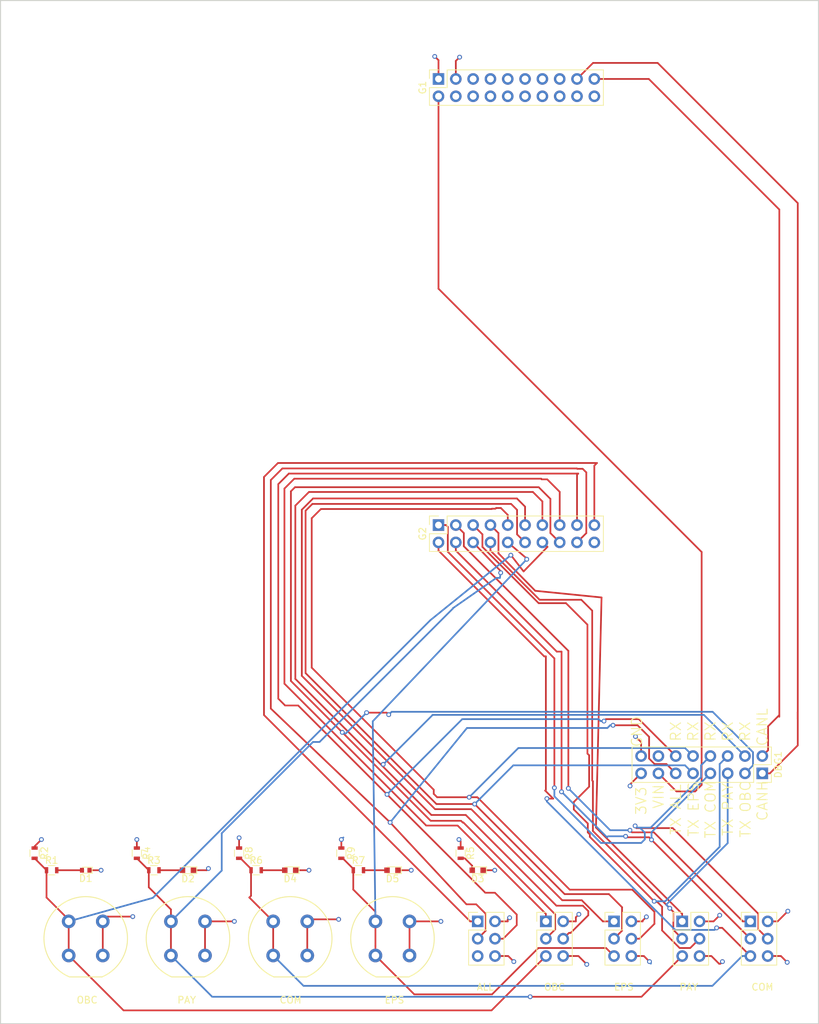
<source format=kicad_pcb>
(kicad_pcb (version 4) (host pcbnew 4.0.6)
  (layers (0 F.Cu signal) (1 GND power hide) (2 VCC power hide) (31 B.Cu signal) (34 B.Paste user) (35 F.Paste user) (36 B.SilkS user) (37 F.SilkS user) (38 B.Mask user hide) (39 F.Mask user) (44 Edge.Cuts user))
  (net 0 "")
  (net 1 "Net-(D1-Pad2)")
  (net 2 GND)
  (net 3 "Net-(D2-Pad2)")
  (net 4 "Net-(D3-Pad2)")
  (net 5 "Net-(D4-Pad2)")
  (net 6 "Net-(D5-Pad2)")
  (net 7 /CANH)
  (net 8 /CANL)
  (net 9 /OBC_SCK_A)
  (net 10 /OBC_MOSI_A)
  (net 11 /PAY_SCK_A)
  (net 12 /PAY_MOSI_A)
  (net 13 /COM_SCK_A)
  (net 14 /COM_MOSI_A)
  (net 15 /EPS_SCK_A)
  (net 16 /EPS_MOSI_A)
  (net 17 /SCK_A_COMMON)
  (net 18 /MOSI_A_COMMON)
  (net 19 /VIN)
  (net 20 "Net-(DBG1-Pad14)")
  (net 21 /3V3CRIT)
  (net 22 /BATT)
  (net 23 /3V3NONCRIT)
  (net 24 /RB4FLIGHT)
  (net 25 /12VCRIT)
  (net 26 /DEPLOY1)
  (net 27 /12VNONCRIT)
  (net 28 /DEPLOY2)
  (net 29 /LOPWR)
  (net 30 /DEPLOY3)
  (net 31 "Net-(G1-Pad13)")
  (net 32 "Net-(G1-Pad14)")
  (net 33 "Net-(G1-Pad15)")
  (net 34 "Net-(G1-Pad16)")
  (net 35 "Net-(G1-Pad18)")
  (net 36 "Net-(G1-Pad20)")
  (net 37 /COM_RST)
  (net 38 /COM_MISO_A)
  (net 39 /PAY_RST)
  (net 40 /PAY_MISO_A)
  (net 41 /EPS_RST)
  (net 42 /EPS_MISO_A)
  (net 43 /OBC_RST)
  (net 44 /OBC_MISO_A)
  (net 45 /MISO_A_COMMON)
  (net 46 "Net-(G2-Pad20)")
  (net 47 "Net-(P4-Pad5)")
  (module LEDs:LED_0402 (layer F.Cu) (at 52.5 157.5 180)
    (fp_text reference D1 (at 0 -1.2 180) (layer F.SilkS))
    (fp_text value LED)
    (pad 2 smd rect (at 0.55 0) (size 0.6 0.7) (layers F.Cu F.Paste F.Mask) (net 1 "Net-(D1-Pad2)"))
    (pad 1 smd rect (at -0.55 0) (size 0.6 0.7) (layers F.Cu F.Paste F.Mask) (net 2 GND))
  )
  (module LEDs:LED_0603 (layer F.Cu) (at 67.5 157.5 180)
    (fp_text reference D2 (at 0 -1.25 180) (layer F.SilkS))
    (fp_text value LED)
    (pad 2 smd rect (at 0.8 0) (size 0.8 0.8) (layers F.Cu F.Paste F.Mask) (net 3 "Net-(D2-Pad2)"))
    (pad 1 smd rect (at -0.8 0) (size 0.8 0.8) (layers F.Cu F.Paste F.Mask) (net 2 GND))
  )
  (module LEDs:LED_0603 (layer F.Cu) (at 110 157.5 180)
    (fp_text reference D3 (at 0 -1.25 180) (layer F.SilkS))
    (fp_text value LED)
    (pad 2 smd rect (at 0.8 0) (size 0.8 0.8) (layers F.Cu F.Paste F.Mask) (net 4 "Net-(D3-Pad2)"))
    (pad 1 smd rect (at -0.8 0) (size 0.8 0.8) (layers F.Cu F.Paste F.Mask) (net 2 GND))
  )
  (module LEDs:LED_0603 (layer F.Cu) (at 82.5 157.5 180)
    (fp_text reference D4 (at 0 -1.25 180) (layer F.SilkS))
    (fp_text value LED)
    (pad 2 smd rect (at 0.8 0) (size 0.8 0.8) (layers F.Cu F.Paste F.Mask) (net 5 "Net-(D4-Pad2)"))
    (pad 1 smd rect (at -0.8 0) (size 0.8 0.8) (layers F.Cu F.Paste F.Mask) (net 2 GND))
  )
  (module LEDs:LED_0603 (layer F.Cu) (at 97.5 157.5 180)
    (fp_text reference D5 (at 0 -1.25 180) (layer F.SilkS))
    (fp_text value LED)
    (pad 2 smd rect (at 0.8 0) (size 0.8 0.8) (layers F.Cu F.Paste F.Mask) (net 6 "Net-(D5-Pad2)"))
    (pad 1 smd rect (at -0.8 0) (size 0.8 0.8) (layers F.Cu F.Paste F.Mask) (net 2 GND))
  )
  (module Socket_Strips:Socket_Strip_Straight_2x08_Pitch2.54mm (layer F.Cu) (at 151.75 143.3 270)
    (fp_text reference DBG1 (at -1.27 -2.33 270) (layer F.SilkS))
    (fp_text value CONN_02X08)
    (pad 1 thru_hole rect (at 0 0 270) (size 1.7 1.7) (drill 1) (layers *.Cu *.Mask) (net 7 /CANH))
    (pad 2 thru_hole oval (at -2.54 0 270) (size 1.7 1.7) (drill 1) (layers *.Cu *.Mask) (net 8 /CANL))
    (pad 3 thru_hole oval (at 0 2.54 270) (size 1.7 1.7) (drill 1) (layers *.Cu *.Mask) (net 9 /OBC_SCK_A))
    (pad 4 thru_hole oval (at -2.54 2.54 270) (size 1.7 1.7) (drill 1) (layers *.Cu *.Mask) (net 10 /OBC_MOSI_A))
    (pad 5 thru_hole oval (at 0 5.08 270) (size 1.7 1.7) (drill 1) (layers *.Cu *.Mask) (net 11 /PAY_SCK_A))
    (pad 6 thru_hole oval (at -2.54 5.08 270) (size 1.7 1.7) (drill 1) (layers *.Cu *.Mask) (net 12 /PAY_MOSI_A))
    (pad 7 thru_hole oval (at 0 7.62 270) (size 1.7 1.7) (drill 1) (layers *.Cu *.Mask) (net 13 /COM_SCK_A))
    (pad 8 thru_hole oval (at -2.54 7.62 270) (size 1.7 1.7) (drill 1) (layers *.Cu *.Mask) (net 14 /COM_MOSI_A))
    (pad 9 thru_hole oval (at 0 10.16 270) (size 1.7 1.7) (drill 1) (layers *.Cu *.Mask) (net 15 /EPS_SCK_A))
    (pad 10 thru_hole oval (at -2.54 10.16 270) (size 1.7 1.7) (drill 1) (layers *.Cu *.Mask) (net 16 /EPS_MOSI_A))
    (pad 11 thru_hole oval (at 0 12.7 270) (size 1.7 1.7) (drill 1) (layers *.Cu *.Mask) (net 17 /SCK_A_COMMON))
    (pad 12 thru_hole oval (at -2.54 12.7 270) (size 1.7 1.7) (drill 1) (layers *.Cu *.Mask) (net 18 /MOSI_A_COMMON))
    (pad 13 thru_hole oval (at 0 15.24 270) (size 1.7 1.7) (drill 1) (layers *.Cu *.Mask) (net 19 /VIN))
    (pad 14 thru_hole oval (at -2.54 15.24 270) (size 1.7 1.7) (drill 1) (layers *.Cu *.Mask) (net 20 "Net-(DBG1-Pad14)"))
    (pad 15 thru_hole oval (at 0 17.78 270) (size 1.7 1.7) (drill 1) (layers *.Cu *.Mask) (net 21 /3V3CRIT))
    (pad 16 thru_hole oval (at -2.54 17.78 270) (size 1.7 1.7) (drill 1) (layers *.Cu *.Mask) (net 2 GND))
  )
  (module Socket_Strips:Socket_Strip_Straight_2x10_Pitch2.54mm (layer F.Cu) (at 104.25 41.5 90)
    (fp_text reference G1 (at -1.27 -2.33 90) (layer F.SilkS))
    (fp_text value CONN_02X10)
    (pad 1 thru_hole rect (at 0 0 90) (size 1.7 1.7) (drill 1) (layers *.Cu *.Mask) (net 21 /3V3CRIT))
    (pad 2 thru_hole oval (at -2.54 0 90) (size 1.7 1.7) (drill 1) (layers *.Cu *.Mask) (net 19 /VIN))
    (pad 3 thru_hole oval (at 0 2.54 90) (size 1.7 1.7) (drill 1) (layers *.Cu *.Mask) (net 2 GND))
    (pad 4 thru_hole oval (at -2.54 2.54 90) (size 1.7 1.7) (drill 1) (layers *.Cu *.Mask) (net 22 /BATT))
    (pad 5 thru_hole oval (at 0 5.08 90) (size 1.7 1.7) (drill 1) (layers *.Cu *.Mask) (net 23 /3V3NONCRIT))
    (pad 6 thru_hole oval (at -2.54 5.08 90) (size 1.7 1.7) (drill 1) (layers *.Cu *.Mask) (net 24 /RB4FLIGHT))
    (pad 7 thru_hole oval (at 0 7.62 90) (size 1.7 1.7) (drill 1) (layers *.Cu *.Mask) (net 25 /12VCRIT))
    (pad 8 thru_hole oval (at -2.54 7.62 90) (size 1.7 1.7) (drill 1) (layers *.Cu *.Mask) (net 26 /DEPLOY1))
    (pad 9 thru_hole oval (at 0 10.16 90) (size 1.7 1.7) (drill 1) (layers *.Cu *.Mask) (net 27 /12VNONCRIT))
    (pad 10 thru_hole oval (at -2.54 10.16 90) (size 1.7 1.7) (drill 1) (layers *.Cu *.Mask) (net 28 /DEPLOY2))
    (pad 11 thru_hole oval (at 0 12.7 90) (size 1.7 1.7) (drill 1) (layers *.Cu *.Mask) (net 29 /LOPWR))
    (pad 12 thru_hole oval (at -2.54 12.7 90) (size 1.7 1.7) (drill 1) (layers *.Cu *.Mask) (net 30 /DEPLOY3))
    (pad 13 thru_hole oval (at 0 15.24 90) (size 1.7 1.7) (drill 1) (layers *.Cu *.Mask) (net 31 "Net-(G1-Pad13)"))
    (pad 14 thru_hole oval (at -2.54 15.24 90) (size 1.7 1.7) (drill 1) (layers *.Cu *.Mask) (net 32 "Net-(G1-Pad14)"))
    (pad 15 thru_hole oval (at 0 17.78 90) (size 1.7 1.7) (drill 1) (layers *.Cu *.Mask) (net 33 "Net-(G1-Pad15)"))
    (pad 16 thru_hole oval (at -2.54 17.78 90) (size 1.7 1.7) (drill 1) (layers *.Cu *.Mask) (net 34 "Net-(G1-Pad16)"))
    (pad 17 thru_hole oval (at 0 20.32 90) (size 1.7 1.7) (drill 1) (layers *.Cu *.Mask) (net 7 /CANH))
    (pad 18 thru_hole oval (at -2.54 20.32 90) (size 1.7 1.7) (drill 1) (layers *.Cu *.Mask) (net 35 "Net-(G1-Pad18)"))
    (pad 19 thru_hole oval (at 0 22.86 90) (size 1.7 1.7) (drill 1) (layers *.Cu *.Mask) (net 8 /CANL))
    (pad 20 thru_hole oval (at -2.54 22.86 90) (size 1.7 1.7) (drill 1) (layers *.Cu *.Mask) (net 36 "Net-(G1-Pad20)"))
  )
  (module Socket_Strips:Socket_Strip_Straight_2x10_Pitch2.54mm (layer F.Cu) (at 104.25 106.9 90)
    (fp_text reference G2 (at -1.27 -2.33 90) (layer F.SilkS))
    (fp_text value CONN_02X10)
    (pad 1 thru_hole rect (at 0 0 90) (size 1.7 1.7) (drill 1) (layers *.Cu *.Mask) (net 14 /COM_MOSI_A))
    (pad 2 thru_hole oval (at -2.54 0 90) (size 1.7 1.7) (drill 1) (layers *.Cu *.Mask) (net 37 /COM_RST))
    (pad 3 thru_hole oval (at 0 2.54 90) (size 1.7 1.7) (drill 1) (layers *.Cu *.Mask) (net 38 /COM_MISO_A))
    (pad 4 thru_hole oval (at -2.54 2.54 90) (size 1.7 1.7) (drill 1) (layers *.Cu *.Mask) (net 13 /COM_SCK_A))
    (pad 5 thru_hole oval (at 0 5.08 90) (size 1.7 1.7) (drill 1) (layers *.Cu *.Mask) (net 12 /PAY_MOSI_A))
    (pad 6 thru_hole oval (at -2.54 5.08 90) (size 1.7 1.7) (drill 1) (layers *.Cu *.Mask) (net 39 /PAY_RST))
    (pad 7 thru_hole oval (at 0 7.62 90) (size 1.7 1.7) (drill 1) (layers *.Cu *.Mask) (net 40 /PAY_MISO_A))
    (pad 8 thru_hole oval (at -2.54 7.62 90) (size 1.7 1.7) (drill 1) (layers *.Cu *.Mask) (net 11 /PAY_SCK_A))
    (pad 9 thru_hole oval (at 0 10.16 90) (size 1.7 1.7) (drill 1) (layers *.Cu *.Mask) (net 16 /EPS_MOSI_A))
    (pad 10 thru_hole oval (at -2.54 10.16 90) (size 1.7 1.7) (drill 1) (layers *.Cu *.Mask) (net 41 /EPS_RST))
    (pad 11 thru_hole oval (at 0 12.7 90) (size 1.7 1.7) (drill 1) (layers *.Cu *.Mask) (net 42 /EPS_MISO_A))
    (pad 12 thru_hole oval (at -2.54 12.7 90) (size 1.7 1.7) (drill 1) (layers *.Cu *.Mask) (net 15 /EPS_SCK_A))
    (pad 13 thru_hole oval (at 0 15.24 90) (size 1.7 1.7) (drill 1) (layers *.Cu *.Mask) (net 10 /OBC_MOSI_A))
    (pad 14 thru_hole oval (at -2.54 15.24 90) (size 1.7 1.7) (drill 1) (layers *.Cu *.Mask) (net 43 /OBC_RST))
    (pad 15 thru_hole oval (at 0 17.78 90) (size 1.7 1.7) (drill 1) (layers *.Cu *.Mask) (net 44 /OBC_MISO_A))
    (pad 16 thru_hole oval (at -2.54 17.78 90) (size 1.7 1.7) (drill 1) (layers *.Cu *.Mask) (net 9 /OBC_SCK_A))
    (pad 17 thru_hole oval (at 0 20.32 90) (size 1.7 1.7) (drill 1) (layers *.Cu *.Mask) (net 18 /MOSI_A_COMMON))
    (pad 18 thru_hole oval (at -2.54 20.32 90) (size 1.7 1.7) (drill 1) (layers *.Cu *.Mask) (net 17 /SCK_A_COMMON))
    (pad 19 thru_hole oval (at 0 22.86 90) (size 1.7 1.7) (drill 1) (layers *.Cu *.Mask) (net 45 /MISO_A_COMMON))
    (pad 20 thru_hole oval (at -2.54 22.86 90) (size 1.7 1.7) (drill 1) (layers *.Cu *.Mask) (net 46 "Net-(G2-Pad20)"))
  )
  (module Pin_Headers:Pin_Header_Straight_2x03_Pitch2.54mm (layer F.Cu) (at 120 165)
    (fp_text reference OBC (at 1.285 9.625) (layer F.SilkS))
    (fp_text value OBC_PGM)
    (pad 1 thru_hole rect (at 0 0) (size 1.7 1.7) (drill 1) (layers *.Cu *.Mask) (net 44 /OBC_MISO_A))
    (pad 2 thru_hole oval (at 2.54 0) (size 1.7 1.7) (drill 1) (layers *.Cu *.Mask) (net 21 /3V3CRIT))
    (pad 3 thru_hole oval (at 0 2.54) (size 1.7 1.7) (drill 1) (layers *.Cu *.Mask) (net 9 /OBC_SCK_A))
    (pad 4 thru_hole oval (at 2.54 2.54) (size 1.7 1.7) (drill 1) (layers *.Cu *.Mask) (net 10 /OBC_MOSI_A))
    (pad 5 thru_hole oval (at 0 5.08) (size 1.7 1.7) (drill 1) (layers *.Cu *.Mask) (net 43 /OBC_RST))
    (pad 6 thru_hole oval (at 2.54 5.08) (size 1.7 1.7) (drill 1) (layers *.Cu *.Mask) (net 2 GND))
  )
  (module Pin_Headers:Pin_Header_Straight_2x03_Pitch2.54mm (layer F.Cu) (at 140 165)
    (fp_text reference PAY (at 0.97 9.625) (layer F.SilkS))
    (fp_text value PAY_PGM)
    (pad 1 thru_hole rect (at 0 0) (size 1.7 1.7) (drill 1) (layers *.Cu *.Mask) (net 40 /PAY_MISO_A))
    (pad 2 thru_hole oval (at 2.54 0) (size 1.7 1.7) (drill 1) (layers *.Cu *.Mask) (net 21 /3V3CRIT))
    (pad 3 thru_hole oval (at 0 2.54) (size 1.7 1.7) (drill 1) (layers *.Cu *.Mask) (net 11 /PAY_SCK_A))
    (pad 4 thru_hole oval (at 2.54 2.54) (size 1.7 1.7) (drill 1) (layers *.Cu *.Mask) (net 12 /PAY_MOSI_A))
    (pad 5 thru_hole oval (at 0 5.08) (size 1.7 1.7) (drill 1) (layers *.Cu *.Mask) (net 39 /PAY_RST))
    (pad 6 thru_hole oval (at 2.54 5.08) (size 1.7 1.7) (drill 1) (layers *.Cu *.Mask) (net 2 GND))
  )
  (module Pin_Headers:Pin_Header_Straight_2x03_Pitch2.54mm (layer F.Cu) (at 150 165)
    (fp_text reference COM (at 1.765 9.625) (layer F.SilkS))
    (fp_text value COM_PGM)
    (pad 1 thru_hole rect (at 0 0) (size 1.7 1.7) (drill 1) (layers *.Cu *.Mask) (net 38 /COM_MISO_A))
    (pad 2 thru_hole oval (at 2.54 0) (size 1.7 1.7) (drill 1) (layers *.Cu *.Mask) (net 21 /3V3CRIT))
    (pad 3 thru_hole oval (at 0 2.54) (size 1.7 1.7) (drill 1) (layers *.Cu *.Mask) (net 13 /COM_SCK_A))
    (pad 4 thru_hole oval (at 2.54 2.54) (size 1.7 1.7) (drill 1) (layers *.Cu *.Mask) (net 14 /COM_MOSI_A))
    (pad 5 thru_hole oval (at 0 5.08) (size 1.7 1.7) (drill 1) (layers *.Cu *.Mask) (net 37 /COM_RST))
    (pad 6 thru_hole oval (at 2.54 5.08) (size 1.7 1.7) (drill 1) (layers *.Cu *.Mask) (net 2 GND))
  )
  (module Pin_Headers:Pin_Header_Straight_2x03_Pitch2.54mm (layer F.Cu) (at 110 165)
    (fp_text reference ALL (at 1.125 9.625) (layer F.SilkS))
    (fp_text value PGM_ALL)
    (pad 1 thru_hole rect (at 0 0) (size 1.7 1.7) (drill 1) (layers *.Cu *.Mask) (net 45 /MISO_A_COMMON))
    (pad 2 thru_hole oval (at 2.54 0) (size 1.7 1.7) (drill 1) (layers *.Cu *.Mask) (net 21 /3V3CRIT))
    (pad 3 thru_hole oval (at 0 2.54) (size 1.7 1.7) (drill 1) (layers *.Cu *.Mask) (net 17 /SCK_A_COMMON))
    (pad 4 thru_hole oval (at 2.54 2.54) (size 1.7 1.7) (drill 1) (layers *.Cu *.Mask) (net 18 /MOSI_A_COMMON))
    (pad 5 thru_hole oval (at 0 5.08) (size 1.7 1.7) (drill 1) (layers *.Cu *.Mask) (net 47 "Net-(P4-Pad5)"))
    (pad 6 thru_hole oval (at 2.54 5.08) (size 1.7 1.7) (drill 1) (layers *.Cu *.Mask) (net 2 GND))
  )
  (module Pin_Headers:Pin_Header_Straight_2x03_Pitch2.54mm (layer F.Cu) (at 130 165)
    (fp_text reference EPS (at 1.445 9.625) (layer F.SilkS))
    (fp_text value EPS_PGM)
    (pad 1 thru_hole rect (at 0 0) (size 1.7 1.7) (drill 1) (layers *.Cu *.Mask) (net 42 /EPS_MISO_A))
    (pad 2 thru_hole oval (at 2.54 0) (size 1.7 1.7) (drill 1) (layers *.Cu *.Mask) (net 21 /3V3CRIT))
    (pad 3 thru_hole oval (at 0 2.54) (size 1.7 1.7) (drill 1) (layers *.Cu *.Mask) (net 15 /EPS_SCK_A))
    (pad 4 thru_hole oval (at 2.54 2.54) (size 1.7 1.7) (drill 1) (layers *.Cu *.Mask) (net 16 /EPS_MOSI_A))
    (pad 5 thru_hole oval (at 0 5.08) (size 1.7 1.7) (drill 1) (layers *.Cu *.Mask) (net 41 /EPS_RST))
    (pad 6 thru_hole oval (at 2.54 5.08) (size 1.7 1.7) (drill 1) (layers *.Cu *.Mask) (net 2 GND))
  )
  (module Resistors_SMD:R_0603 (layer F.Cu) (at 47.5 157.5)
    (fp_text reference R1 (at 0 -1.45) (layer F.SilkS))
    (fp_text value R_Small)
    (pad 1 smd rect (at -0.75 0) (size 0.5 0.9) (layers F.Cu F.Paste F.Mask) (net 43 /OBC_RST))
    (pad 2 smd rect (at 0.75 0) (size 0.5 0.9) (layers F.Cu F.Paste F.Mask) (net 1 "Net-(D1-Pad2)"))
  )
  (module Resistors_SMD:R_0603 (layer F.Cu) (at 45 155 270)
    (fp_text reference R2 (at 0 -1.45 270) (layer F.SilkS))
    (fp_text value R_Small)
    (pad 1 smd rect (at -0.75 0 270) (size 0.5 0.9) (layers F.Cu F.Paste F.Mask) (net 21 /3V3CRIT))
    (pad 2 smd rect (at 0.75 0 270) (size 0.5 0.9) (layers F.Cu F.Paste F.Mask) (net 43 /OBC_RST))
  )
  (module Resistors_SMD:R_0603 (layer F.Cu) (at 62.5 157.5)
    (fp_text reference R3 (at 0 -1.45) (layer F.SilkS))
    (fp_text value R_Small)
    (pad 1 smd rect (at -0.75 0) (size 0.5 0.9) (layers F.Cu F.Paste F.Mask) (net 39 /PAY_RST))
    (pad 2 smd rect (at 0.75 0) (size 0.5 0.9) (layers F.Cu F.Paste F.Mask) (net 3 "Net-(D2-Pad2)"))
  )
  (module Resistors_SMD:R_0603 (layer F.Cu) (at 60 155 270)
    (fp_text reference R4 (at 0 -1.45 270) (layer F.SilkS))
    (fp_text value R_Small)
    (pad 1 smd rect (at -0.75 0 270) (size 0.5 0.9) (layers F.Cu F.Paste F.Mask) (net 21 /3V3CRIT))
    (pad 2 smd rect (at 0.75 0 270) (size 0.5 0.9) (layers F.Cu F.Paste F.Mask) (net 39 /PAY_RST))
  )
  (module Resistors_SMD:R_0603 (layer F.Cu) (at 107.5 155 270)
    (fp_text reference R5 (at 0 -1.45 270) (layer F.SilkS))
    (fp_text value R_Small)
    (pad 1 smd rect (at -0.75 0 270) (size 0.5 0.9) (layers F.Cu F.Paste F.Mask) (net 21 /3V3CRIT))
    (pad 2 smd rect (at 0.75 0 270) (size 0.5 0.9) (layers F.Cu F.Paste F.Mask) (net 4 "Net-(D3-Pad2)"))
  )
  (module Resistors_SMD:R_0603 (layer F.Cu) (at 77.5 157.5)
    (fp_text reference R6 (at 0 -1.45) (layer F.SilkS))
    (fp_text value R_Small)
    (pad 1 smd rect (at -0.75 0) (size 0.5 0.9) (layers F.Cu F.Paste F.Mask) (net 37 /COM_RST))
    (pad 2 smd rect (at 0.75 0) (size 0.5 0.9) (layers F.Cu F.Paste F.Mask) (net 5 "Net-(D4-Pad2)"))
  )
  (module Resistors_SMD:R_0603 (layer F.Cu) (at 92.5 157.5)
    (fp_text reference R7 (at 0 -1.45) (layer F.SilkS))
    (fp_text value R_Small)
    (pad 1 smd rect (at -0.75 0) (size 0.5 0.9) (layers F.Cu F.Paste F.Mask) (net 41 /EPS_RST))
    (pad 2 smd rect (at 0.75 0) (size 0.5 0.9) (layers F.Cu F.Paste F.Mask) (net 6 "Net-(D5-Pad2)"))
  )
  (module Resistors_SMD:R_0603 (layer F.Cu) (at 75 155 270)
    (fp_text reference R8 (at 0 -1.45 270) (layer F.SilkS))
    (fp_text value R_Small)
    (pad 1 smd rect (at -0.75 0 270) (size 0.5 0.9) (layers F.Cu F.Paste F.Mask) (net 21 /3V3CRIT))
    (pad 2 smd rect (at 0.75 0 270) (size 0.5 0.9) (layers F.Cu F.Paste F.Mask) (net 37 /COM_RST))
  )
  (module Resistors_SMD:R_0603 (layer F.Cu) (at 90 155 270)
    (fp_text reference R9 (at 0 -1.45 270) (layer F.SilkS))
    (fp_text value R_Small)
    (pad 1 smd rect (at -0.75 0 270) (size 0.5 0.9) (layers F.Cu F.Paste F.Mask) (net 21 /3V3CRIT))
    (pad 2 smd rect (at 0.75 0 270) (size 0.5 0.9) (layers F.Cu F.Paste F.Mask) (net 41 /EPS_RST))
  )
  (module Buttons_Switches_THT:Push_E-Switch_KS01Q01 (layer F.Cu) (at 50 165)
    (fp_text reference OBC (at 2.705 11.53) (layer F.SilkS))
    (fp_text value RST_OBC)
    (pad 1 thru_hole circle (at 0 0) (size 2 2) (drill 1.1) (layers *.Cu *.Mask) (net 43 /OBC_RST))
    (pad 2 thru_hole circle (at 5 0) (size 2 2) (drill 1.1) (layers *.Cu *.Mask) (net 2 GND))
    (pad 4 thru_hole circle (at 5 5) (size 2 2) (drill 1.1) (layers *.Cu *.Mask) (net 2 GND))
    (pad 3 thru_hole circle (at 0 5) (size 2 2) (drill 1.1) (layers *.Cu *.Mask) (net 43 /OBC_RST))
  )
  (module Buttons_Switches_THT:Push_E-Switch_KS01Q01 (layer F.Cu) (at 65 165)
    (fp_text reference PAY (at 2.31 11.53) (layer F.SilkS))
    (fp_text value RST_PAY)
    (pad 1 thru_hole circle (at 0 0) (size 2 2) (drill 1.1) (layers *.Cu *.Mask) (net 39 /PAY_RST))
    (pad 2 thru_hole circle (at 5 0) (size 2 2) (drill 1.1) (layers *.Cu *.Mask) (net 2 GND))
    (pad 4 thru_hole circle (at 5 5) (size 2 2) (drill 1.1) (layers *.Cu *.Mask) (net 2 GND))
    (pad 3 thru_hole circle (at 0 5) (size 2 2) (drill 1.1) (layers *.Cu *.Mask) (net 39 /PAY_RST))
  )
  (module Buttons_Switches_THT:Push_E-Switch_KS01Q01 (layer F.Cu) (at 80 165)
    (fp_text reference COM (at 2.55 11.53) (layer F.SilkS))
    (fp_text value RST_COM)
    (pad 1 thru_hole circle (at 0 0) (size 2 2) (drill 1.1) (layers *.Cu *.Mask) (net 37 /COM_RST))
    (pad 2 thru_hole circle (at 5 0) (size 2 2) (drill 1.1) (layers *.Cu *.Mask) (net 2 GND))
    (pad 4 thru_hole circle (at 5 5) (size 2 2) (drill 1.1) (layers *.Cu *.Mask) (net 2 GND))
    (pad 3 thru_hole circle (at 0 5) (size 2 2) (drill 1.1) (layers *.Cu *.Mask) (net 37 /COM_RST))
  )
  (module Buttons_Switches_THT:Push_E-Switch_KS01Q01 (layer F.Cu) (at 95 165)
    (fp_text reference EPS (at 2.79 11.53) (layer F.SilkS))
    (fp_text value RST_EPS)
    (pad 1 thru_hole circle (at 0 0) (size 2 2) (drill 1.1) (layers *.Cu *.Mask) (net 41 /EPS_RST))
    (pad 2 thru_hole circle (at 5 0) (size 2 2) (drill 1.1) (layers *.Cu *.Mask) (net 2 GND))
    (pad 4 thru_hole circle (at 5 5) (size 2 2) (drill 1.1) (layers *.Cu *.Mask) (net 2 GND))
    (pad 3 thru_hole circle (at 0 5) (size 2 2) (drill 1.1) (layers *.Cu *.Mask) (net 41 /EPS_RST))
  )
  (gr_text "GND\n" (at 133.35 137.16 90) (layer F.SilkS) (effects (font (size 1.5 1.5))))
  (gr_text "RX\n" (at 149.225 137.16 90) (layer F.SilkS) (effects (font (size 1.5 1.5))))
  (gr_text "RX\n" (at 146.685 137.16 90) (layer F.SilkS) (effects (font (size 1.5 1.5))))
  (gr_text "RX\n" (at 144.145 137.16 90) (layer F.SilkS) (effects (font (size 1.5 1.5))))
  (gr_text "RX\n" (at 141.605 137.16 90) (layer F.SilkS) (effects (font (size 1.5 1.5))))
  (gr_text "RX\n" (at 139.065 137.16 90) (layer F.SilkS) (effects (font (size 1.5 1.5))))
  (gr_text "CANL\n" (at 151.765 136.525 90) (layer F.SilkS) (effects (font (size 1.5 1.5))))
  (gr_text "CANH\n" (at 151.765 147.32 90) (layer F.SilkS) (effects (font (size 1.5 1.5))))
  (gr_text "TX OBC\n\n" (at 150.495 148.59 90) (layer F.SilkS) (effects (font (size 1.5 1.5))))
  (gr_text "TX PAY\n" (at 146.685 148.59 90) (layer F.SilkS) (effects (font (size 1.5 1.5))))
  (gr_text "TX COM\n" (at 144.145 148.59 90) (layer F.SilkS) (effects (font (size 1.5 1.5))))
  (gr_text "TX EPS\n\n" (at 142.875 148.59 90) (layer F.SilkS) (effects (font (size 1.5 1.5))))
  (gr_text "TX ALL\n" (at 139.065 148.59 90) (layer F.SilkS) (effects (font (size 1.5 1.5))))
  (gr_text "VIN\n" (at 136.525 146.685 90) (layer F.SilkS) (effects (font (size 1.5 1.5))))
  (gr_text 3V3 (at 133.985 147.32 90) (layer F.SilkS) (effects (font (size 1.5 1.5))))
  (gr_line (start 160 30) (end 40 30) (angle 90) (layer Edge.Cuts) (width 0.15))
  (gr_line (start 160 180) (end 160 30) (angle 90) (layer Edge.Cuts) (width 0.15))
  (gr_line (start 40 180) (end 160 180) (angle 90) (layer Edge.Cuts) (width 0.15))
  (gr_line (start 40 30) (end 40 180) (angle 90) (layer Edge.Cuts) (width 0.15))
  (segment (start 48.25 157.5) (end 51.95 157.5) (width 0.25) (layer F.Cu) (net 1))
  (segment (start 133.97 140.76) (end 133.97 138.72) (width 0.25) (layer F.Cu) (net 2))
  (segment (start 133.97 138.72) (end 133.15 137.9) (width 0.25) (layer F.Cu) (net 2))
  (via (at 133.15 137.9) (size 0.7) (drill 0.4) (layers F.Cu B.Cu) (net 2))
  (segment (start 106.79 41.5) (end 106.79 38.86) (width 0.25) (layer F.Cu) (net 2))
  (segment (start 107.35 38.3) (end 107.35 38.25) (width 0.25) (layer B.Cu) (net 2))
  (via (at 107.35 38.3) (size 0.7) (drill 0.4) (layers F.Cu B.Cu) (net 2))
  (segment (start 106.79 38.86) (end 107.35 38.3) (width 0.25) (layer F.Cu) (net 2))
  (segment (start 110.8 157.5) (end 112.5 157.5) (width 0.25) (layer F.Cu) (net 2))
  (via (at 112.5 157.5) (size 0.7) (drill 0.4) (layers F.Cu B.Cu) (net 2))
  (segment (start 98.3 157.5) (end 100.25 157.5) (width 0.25) (layer F.Cu) (net 2))
  (via (at 100.25 157.5) (size 0.7) (drill 0.4) (layers F.Cu B.Cu) (net 2))
  (segment (start 83.3 157.5) (end 85.25 157.5) (width 0.25) (layer F.Cu) (net 2))
  (via (at 85.25 157.5) (size 0.7) (drill 0.4) (layers F.Cu B.Cu) (net 2))
  (segment (start 68.3 157.5) (end 70.25 157.5) (width 0.25) (layer F.Cu) (net 2))
  (via (at 70.5 157.25) (size 0.7) (drill 0.4) (layers F.Cu B.Cu) (net 2))
  (segment (start 70.25 157.5) (end 70.5 157.25) (width 0.25) (layer F.Cu) (net 2))
  (segment (start 53.05 157.5) (end 54.75 157.5) (width 0.25) (layer F.Cu) (net 2))
  (via (at 54.75 157.5) (size 0.7) (drill 0.4) (layers F.Cu B.Cu) (net 2))
  (segment (start 145.6 171.2) (end 145.9 170.9) (width 0.25) (layer F.Cu) (net 2))
  (via (at 145.9 170.9) (size 0.7) (drill 0.4) (layers F.Cu B.Cu) (net 2))
  (segment (start 145.4 171.2) (end 145.6 171.2) (width 0.25) (layer F.Cu) (net 2))
  (segment (start 145.6 171.2) (end 145.8 171) (width 0.25) (layer F.Cu) (net 2))
  (segment (start 155.2 170.8) (end 155.4 171) (width 0.25) (layer F.Cu) (net 2))
  (segment (start 155.2 170.8) (end 155.4 171) (width 0.25) (layer F.Cu) (net 2))
  (segment (start 154.48 170.08) (end 155.2 170.8) (width 0.25) (layer F.Cu) (net 2))
  (segment (start 152.54 170.08) (end 154.48 170.08) (width 0.25) (layer F.Cu) (net 2))
  (via (at 155.4 171) (size 0.7) (drill 0.4) (layers F.Cu B.Cu) (net 2))
  (segment (start 142.54 170.08) (end 144.28 170.08) (width 0.25) (layer F.Cu) (net 2))
  (segment (start 145.4 171.2) (end 145.5 171.2) (width 0.25) (layer F.Cu) (net 2))
  (segment (start 144.28 170.08) (end 145.4 171.2) (width 0.25) (layer F.Cu) (net 2))
  (segment (start 132.54 170.08) (end 134.38 170.08) (width 0.25) (layer F.Cu) (net 2))
  (segment (start 135.4 171.1) (end 135.4 171.2) (width 0.25) (layer B.Cu) (net 2))
  (segment (start 135.2 170.9) (end 135.4 171.1) (width 0.25) (layer B.Cu) (net 2))
  (via (at 135.2 170.9) (size 0.7) (drill 0.4) (layers F.Cu B.Cu) (net 2))
  (segment (start 134.38 170.08) (end 135.2 170.9) (width 0.25) (layer F.Cu) (net 2))
  (segment (start 122.54 170.08) (end 124.78 170.08) (width 0.25) (layer F.Cu) (net 2))
  (via (at 126 171.3) (size 0.7) (drill 0.4) (layers F.Cu B.Cu) (net 2))
  (segment (start 124.78 170.08) (end 126 171.3) (width 0.25) (layer F.Cu) (net 2))
  (segment (start 112.54 170.08) (end 114.48 170.08) (width 0.25) (layer F.Cu) (net 2))
  (via (at 115.3 170.9) (size 0.7) (drill 0.4) (layers F.Cu B.Cu) (net 2))
  (segment (start 114.48 170.08) (end 115.3 170.9) (width 0.25) (layer F.Cu) (net 2))
  (segment (start 100 170) (end 100 165) (width 0.25) (layer F.Cu) (net 2))
  (segment (start 100 165) (end 104.6 165) (width 0.25) (layer F.Cu) (net 2))
  (via (at 104.6 165) (size 0.7) (drill 0.4) (layers F.Cu B.Cu) (net 2))
  (segment (start 85 170) (end 85 165) (width 0.25) (layer F.Cu) (net 2))
  (segment (start 85 165) (end 85.3 164.7) (width 0.25) (layer F.Cu) (net 2))
  (segment (start 85.3 164.7) (end 89.6 164.7) (width 0.25) (layer F.Cu) (net 2))
  (via (at 89.6 164.7) (size 0.7) (drill 0.4) (layers F.Cu B.Cu) (net 2))
  (segment (start 70 170) (end 70 165) (width 0.25) (layer F.Cu) (net 2))
  (segment (start 70 165) (end 74.3 165) (width 0.25) (layer F.Cu) (net 2))
  (via (at 74.3 165) (size 0.7) (drill 0.4) (layers F.Cu B.Cu) (net 2))
  (segment (start 55 170) (end 55 165) (width 0.25) (layer F.Cu) (net 2))
  (segment (start 55 165) (end 55.7 164.3) (width 0.25) (layer F.Cu) (net 2))
  (segment (start 55.7 164.3) (end 59.4 164.3) (width 0.25) (layer F.Cu) (net 2))
  (via (at 59.4 164.3) (size 0.7) (drill 0.4) (layers F.Cu B.Cu) (net 2))
  (segment (start 63.25 157.5) (end 66.7 157.5) (width 0.25) (layer F.Cu) (net 3))
  (segment (start 107.5 155.75) (end 108.1 155.75) (width 0.25) (layer F.Cu) (net 4))
  (segment (start 108.1 155.75) (end 109.2 156.85) (width 0.25) (layer F.Cu) (net 4))
  (segment (start 109.2 156.85) (end 109.2 157.5) (width 0.25) (layer F.Cu) (net 4))
  (segment (start 78.25 157.5) (end 81.7 157.5) (width 0.25) (layer F.Cu) (net 5))
  (segment (start 93.25 157.5) (end 96.7 157.5) (width 0.25) (layer F.Cu) (net 6))
  (segment (start 156.95 59.7) (end 156.95 134.35) (width 0.25) (layer F.Cu) (net 7))
  (segment (start 156.95 134.35) (end 156.95 135.35) (width 0.25) (layer F.Cu) (net 7))
  (segment (start 151.75 143.3) (end 152.85 143.3) (width 0.25) (layer F.Cu) (net 7))
  (segment (start 152.85 143.3) (end 156.95 139.2) (width 0.25) (layer F.Cu) (net 7))
  (segment (start 156.95 139.2) (end 156.95 134.35) (width 0.25) (layer F.Cu) (net 7))
  (segment (start 136.4 39.15) (end 156.95 59.7) (width 0.25) (layer F.Cu) (net 7))
  (segment (start 126.92 39.15) (end 136.4 39.15) (width 0.25) (layer F.Cu) (net 7))
  (segment (start 124.57 41.5) (end 126.92 39.15) (width 0.25) (layer F.Cu) (net 7))
  (segment (start 154.25 60.65) (end 154.25 134.75) (width 0.25) (layer F.Cu) (net 8))
  (segment (start 154.25 134.75) (end 154.25 135) (width 0.25) (layer F.Cu) (net 8))
  (segment (start 151.75 140.76) (end 152.599999 139.910001) (width 0.25) (layer F.Cu) (net 8))
  (segment (start 152.599999 139.910001) (end 152.599999 136.400001) (width 0.25) (layer F.Cu) (net 8))
  (segment (start 152.599999 136.400001) (end 154.25 134.75) (width 0.25) (layer F.Cu) (net 8))
  (segment (start 135.1 41.5) (end 154.25 60.65) (width 0.25) (layer F.Cu) (net 8))
  (segment (start 127.11 41.5) (end 135.1 41.5) (width 0.25) (layer F.Cu) (net 8))
  (segment (start 90.3 137.45) (end 90.134702 137.289298) (width 0.25) (layer F.Cu) (net 9))
  (segment (start 90.134702 137.289298) (end 82.6 129.75) (width 0.25) (layer F.Cu) (net 9))
  (segment (start 90.65 137.45) (end 90.295404 137.45) (width 0.25) (layer B.Cu) (net 9))
  (segment (start 90.295404 137.45) (end 90.134702 137.289298) (width 0.25) (layer B.Cu) (net 9))
  (via (at 90.134702 137.289298) (size 0.7) (drill 0.4) (layers F.Cu B.Cu) (net 9))
  (segment (start 103.1 150.25) (end 90.3 137.45) (width 0.25) (layer F.Cu) (net 9))
  (segment (start 93.7 134.4) (end 90.65 137.45) (width 0.25) (layer B.Cu) (net 9))
  (segment (start 96.65 134.4) (end 93.7 134.4) (width 0.25) (layer F.Cu) (net 9))
  (via (at 93.7 134.4) (size 0.7) (drill 0.4) (layers F.Cu B.Cu) (net 9))
  (segment (start 96.95 134.7) (end 96.65 134.4) (width 0.25) (layer F.Cu) (net 9))
  (segment (start 149.21 143.3) (end 150.385001 142.124999) (width 0.25) (layer B.Cu) (net 9))
  (segment (start 150.385001 142.124999) (end 150.385001 140.195999) (width 0.25) (layer B.Cu) (net 9))
  (segment (start 150.385001 140.195999) (end 144.463992 134.27499) (width 0.25) (layer B.Cu) (net 9))
  (segment (start 144.463992 134.27499) (end 97.37501 134.27499) (width 0.25) (layer B.Cu) (net 9))
  (segment (start 97.37501 134.27499) (end 96.95 134.7) (width 0.25) (layer B.Cu) (net 9))
  (via (at 96.95 134.7) (size 0.7) (drill 0.4) (layers F.Cu B.Cu) (net 9))
  (segment (start 118.95 101.35) (end 120.665001 103.065001) (width 0.25) (layer F.Cu) (net 9))
  (segment (start 120.665001 103.065001) (end 120.665001 108.075001) (width 0.25) (layer F.Cu) (net 9))
  (segment (start 120.665001 108.075001) (end 121.180001 108.590001) (width 0.25) (layer F.Cu) (net 9))
  (segment (start 121.180001 108.590001) (end 122.03 109.44) (width 0.25) (layer F.Cu) (net 9))
  (segment (start 82.6 101.95) (end 83.2 101.35) (width 0.25) (layer F.Cu) (net 9))
  (segment (start 83.2 101.35) (end 118.95 101.35) (width 0.25) (layer F.Cu) (net 9))
  (segment (start 82.6 129.75) (end 82.6 101.95) (width 0.25) (layer F.Cu) (net 9))
  (segment (start 107.55 150.25) (end 103.1 150.25) (width 0.25) (layer F.Cu) (net 9))
  (segment (start 107.79999 150.49999) (end 107.55 150.25) (width 0.25) (layer F.Cu) (net 9))
  (segment (start 121.364999 163.964999) (end 107.89999 150.49999) (width 0.25) (layer F.Cu) (net 9))
  (segment (start 107.89999 150.49999) (end 107.79999 150.49999) (width 0.25) (layer F.Cu) (net 9))
  (segment (start 120 167.54) (end 121.364999 166.175001) (width 0.25) (layer F.Cu) (net 9))
  (segment (start 121.364999 166.175001) (end 121.364999 163.964999) (width 0.25) (layer F.Cu) (net 9))
  (segment (start 96.139 141.986) (end 103.375001 134.749999) (width 0.25) (layer B.Cu) (net 10))
  (segment (start 103.375001 134.749999) (end 103.375001 134.724999) (width 0.25) (layer B.Cu) (net 10))
  (segment (start 95.95 142.15) (end 95.975 142.15) (width 0.25) (layer F.Cu) (net 10))
  (segment (start 95.975 142.15) (end 96.139 141.986) (width 0.25) (layer F.Cu) (net 10))
  (via (at 96.139 141.986) (size 0.7) (drill 0.4) (layers F.Cu B.Cu) (net 10))
  (segment (start 103.2 149.4) (end 95.95 142.15) (width 0.25) (layer F.Cu) (net 10))
  (segment (start 95.95 142.15) (end 83.25 129.45) (width 0.25) (layer F.Cu) (net 10))
  (segment (start 143.174999 134.724999) (end 103.375001 134.724999) (width 0.25) (layer B.Cu) (net 10))
  (segment (start 149.21 140.76) (end 143.174999 134.724999) (width 0.25) (layer B.Cu) (net 10))
  (segment (start 122.54 167.54) (end 123.389999 166.690001) (width 0.25) (layer F.Cu) (net 10))
  (segment (start 123.635001 166.690001) (end 126.225001 164.100001) (width 0.25) (layer F.Cu) (net 10))
  (segment (start 123.389999 166.690001) (end 123.635001 166.690001) (width 0.25) (layer F.Cu) (net 10))
  (segment (start 126.225001 164.100001) (end 126.225001 163.499999) (width 0.25) (layer F.Cu) (net 10))
  (segment (start 126.225001 163.499999) (end 125.425002 162.7) (width 0.25) (layer F.Cu) (net 10))
  (segment (start 125.425002 162.7) (end 121.55 162.7) (width 0.25) (layer F.Cu) (net 10))
  (segment (start 121.55 162.7) (end 108.25 149.4) (width 0.25) (layer F.Cu) (net 10))
  (segment (start 108.25 149.4) (end 103.2 149.4) (width 0.25) (layer F.Cu) (net 10))
  (segment (start 83.25 129.45) (end 83.25 104.05) (width 0.25) (layer F.Cu) (net 10))
  (segment (start 85.25 102.05) (end 118.1 102.05) (width 0.25) (layer F.Cu) (net 10))
  (segment (start 83.25 104.05) (end 85.25 102.05) (width 0.25) (layer F.Cu) (net 10))
  (segment (start 118.1 102.05) (end 119.49 103.44) (width 0.25) (layer F.Cu) (net 10))
  (segment (start 119.49 103.44) (end 119.49 106.9) (width 0.25) (layer F.Cu) (net 10))
  (segment (start 138.7 163.6) (end 138.176 163.076) (width 0.25) (layer F.Cu) (net 11))
  (segment (start 138.176 163.076) (end 137.65 162.55) (width 0.25) (layer F.Cu) (net 11))
  (segment (start 137.65 162.55) (end 138.176 163.076) (width 0.25) (layer B.Cu) (net 11))
  (via (at 138.176 163.076) (size 0.7) (drill 0.4) (layers F.Cu B.Cu) (net 11))
  (segment (start 137.65 162.55) (end 132.75 157.65) (width 0.25) (layer F.Cu) (net 11))
  (segment (start 146.67 143.3) (end 146.67 153.53) (width 0.25) (layer B.Cu) (net 11))
  (segment (start 146.67 153.53) (end 137.65 162.55) (width 0.25) (layer B.Cu) (net 11))
  (segment (start 126.8 144.35) (end 126.8 119.45) (width 0.25) (layer F.Cu) (net 11))
  (segment (start 126.8 119.45) (end 125.2 117.85) (width 0.25) (layer F.Cu) (net 11))
  (segment (start 126.89999 144.44999) (end 126.8 144.35) (width 0.25) (layer F.Cu) (net 11))
  (segment (start 132.75 157.6) (end 126.89999 151.74999) (width 0.25) (layer F.Cu) (net 11))
  (segment (start 126.89999 151.74999) (end 126.89999 144.44999) (width 0.25) (layer F.Cu) (net 11))
  (segment (start 132.75 157.65) (end 132.75 157.6) (width 0.25) (layer F.Cu) (net 11))
  (segment (start 138.7 166.24) (end 138.7 163.6) (width 0.25) (layer F.Cu) (net 11))
  (segment (start 125.2 117.85) (end 119.077919 117.85) (width 0.25) (layer F.Cu) (net 11))
  (segment (start 119.077919 117.85) (end 111.87 110.642081) (width 0.25) (layer F.Cu) (net 11))
  (segment (start 111.87 110.642081) (end 111.87 109.44) (width 0.25) (layer F.Cu) (net 11))
  (segment (start 140 167.54) (end 138.7 166.24) (width 0.25) (layer F.Cu) (net 11))
  (segment (start 135.89 162.052) (end 126.449981 152.611981) (width 0.25) (layer F.Cu) (net 12))
  (segment (start 126.449981 152.249981) (end 126.15 151.95) (width 0.25) (layer F.Cu) (net 12))
  (segment (start 126.449981 152.611981) (end 126.449981 152.249981) (width 0.25) (layer F.Cu) (net 12))
  (segment (start 135.89 162.052) (end 137.51159 162.052) (width 0.25) (layer B.Cu) (net 12))
  (segment (start 137.51159 162.052) (end 145.494999 154.068591) (width 0.25) (layer B.Cu) (net 12))
  (segment (start 145.494999 154.068591) (end 145.494999 141.935001) (width 0.25) (layer B.Cu) (net 12))
  (segment (start 145.494999 141.935001) (end 146.67 140.76) (width 0.25) (layer B.Cu) (net 12))
  (segment (start 136.35 162.15) (end 135.988 162.15) (width 0.25) (layer F.Cu) (net 12))
  (via (at 135.89 162.052) (size 0.7) (drill 0.4) (layers F.Cu B.Cu) (net 12))
  (segment (start 135.988 162.15) (end 135.89 162.052) (width 0.25) (layer F.Cu) (net 12))
  (segment (start 137.05 162.85) (end 136.35 162.15) (width 0.25) (layer F.Cu) (net 12))
  (segment (start 142.54 167.54) (end 141.175001 168.904999) (width 0.25) (layer F.Cu) (net 12))
  (segment (start 126.349991 140.649991) (end 126.1 140.4) (width 0.25) (layer F.Cu) (net 12))
  (segment (start 141.175001 168.904999) (end 139.625997 168.904999) (width 0.25) (layer F.Cu) (net 12))
  (segment (start 126.15 151.95) (end 126.15 150.65) (width 0.25) (layer F.Cu) (net 12))
  (segment (start 139.625997 168.904999) (end 137.05 166.329002) (width 0.25) (layer F.Cu) (net 12))
  (segment (start 137.05 166.329002) (end 137.05 162.85) (width 0.25) (layer F.Cu) (net 12))
  (segment (start 126.15 150.65) (end 124.1 148.6) (width 0.25) (layer F.Cu) (net 12))
  (segment (start 110.694999 110.10349) (end 110.694999 108.264999) (width 0.25) (layer F.Cu) (net 12))
  (segment (start 124.1 148.6) (end 124.1 147.5) (width 0.25) (layer F.Cu) (net 12))
  (segment (start 124.1 147.5) (end 126.349991 145.250009) (width 0.25) (layer F.Cu) (net 12))
  (segment (start 126.1 140.4) (end 126.1 121.5) (width 0.25) (layer F.Cu) (net 12))
  (segment (start 126.349991 145.250009) (end 126.349991 140.649991) (width 0.25) (layer F.Cu) (net 12))
  (segment (start 126.1 121.5) (end 122.95 118.35) (width 0.25) (layer F.Cu) (net 12))
  (segment (start 122.95 118.35) (end 118.941509 118.35) (width 0.25) (layer F.Cu) (net 12))
  (segment (start 118.941509 118.35) (end 110.694999 110.10349) (width 0.25) (layer F.Cu) (net 12))
  (segment (start 110.694999 108.264999) (end 110.179999 107.749999) (width 0.25) (layer F.Cu) (net 12))
  (segment (start 110.179999 107.749999) (end 109.33 106.9) (width 0.25) (layer F.Cu) (net 12))
  (segment (start 131.699 152.527) (end 129.125738 152.527) (width 0.25) (layer B.Cu) (net 13))
  (segment (start 129.125738 152.527) (end 128.976369 152.676369) (width 0.25) (layer B.Cu) (net 13))
  (segment (start 133.885247 152.676369) (end 131.848369 152.676369) (width 0.25) (layer F.Cu) (net 13))
  (segment (start 131.848369 152.676369) (end 131.699 152.527) (width 0.25) (layer F.Cu) (net 13))
  (via (at 131.699 152.527) (size 0.7) (drill 0.4) (layers F.Cu B.Cu) (net 13))
  (segment (start 150 167.54) (end 135.5 153.04) (width 0.25) (layer F.Cu) (net 13))
  (segment (start 135.5 153.04) (end 135.136369 152.676369) (width 0.25) (layer F.Cu) (net 13))
  (segment (start 144.13 143.3) (end 135.5 151.93) (width 0.25) (layer B.Cu) (net 13))
  (segment (start 135.5 151.93) (end 135.5 153.04) (width 0.25) (layer B.Cu) (net 13))
  (via (at 135.5 153.04) (size 0.7) (drill 0.4) (layers F.Cu B.Cu) (net 13))
  (segment (start 122.3 125.45) (end 121.597919 125.45) (width 0.25) (layer F.Cu) (net 13))
  (segment (start 121.597919 125.45) (end 106.79 110.642081) (width 0.25) (layer F.Cu) (net 13))
  (segment (start 106.79 110.642081) (end 106.79 109.44) (width 0.25) (layer F.Cu) (net 13))
  (segment (start 122.3 146) (end 122.3 125.45) (width 0.25) (layer F.Cu) (net 13))
  (segment (start 128.976369 152.676369) (end 122.3 146) (width 0.25) (layer B.Cu) (net 13))
  (via (at 122.3 146) (size 0.7) (drill 0.4) (layers F.Cu B.Cu) (net 13))
  (segment (start 135.136369 152.676369) (end 133.885247 152.676369) (width 0.25) (layer F.Cu) (net 13))
  (segment (start 133.096 151.003) (end 133.276286 151.183286) (width 0.25) (layer F.Cu) (net 14))
  (segment (start 133.276286 151.183286) (end 133.276286 151.324999) (width 0.25) (layer F.Cu) (net 14))
  (segment (start 133.537253 151.25) (end 133.343 151.25) (width 0.25) (layer B.Cu) (net 14))
  (segment (start 133.343 151.25) (end 133.096 151.003) (width 0.25) (layer B.Cu) (net 14))
  (via (at 133.096 151.003) (size 0.7) (drill 0.4) (layers F.Cu B.Cu) (net 14))
  (segment (start 121.25 126.45) (end 121.25 145.415) (width 0.25) (layer F.Cu) (net 14))
  (segment (start 121.25 146.674264) (end 121.25 145.415) (width 0.25) (layer B.Cu) (net 14))
  (via (at 121.25 145.415) (size 0.7) (drill 0.4) (layers F.Cu B.Cu) (net 14))
  (segment (start 133.775002 151.25) (end 133.537253 151.25) (width 0.25) (layer B.Cu) (net 14))
  (segment (start 134.510248 151.985246) (end 133.775002 151.25) (width 0.25) (layer B.Cu) (net 14))
  (segment (start 144.13 140.76) (end 142.765001 142.124999) (width 0.25) (layer B.Cu) (net 14))
  (segment (start 142.765001 142.124999) (end 142.765001 143.864001) (width 0.25) (layer B.Cu) (net 14))
  (segment (start 142.765001 143.864001) (end 135.379002 151.25) (width 0.25) (layer B.Cu) (net 14))
  (segment (start 135.379002 151.25) (end 133.775002 151.25) (width 0.25) (layer B.Cu) (net 14))
  (segment (start 151.175001 166.175001) (end 151.690001 166.690001) (width 0.25) (layer F.Cu) (net 14))
  (segment (start 133.276286 151.324999) (end 138.610001 151.324999) (width 0.25) (layer F.Cu) (net 14))
  (segment (start 138.610001 151.324999) (end 151.175001 163.889999) (width 0.25) (layer F.Cu) (net 14))
  (segment (start 151.175001 163.889999) (end 151.175001 166.175001) (width 0.25) (layer F.Cu) (net 14))
  (segment (start 151.690001 166.690001) (end 152.54 167.54) (width 0.25) (layer F.Cu) (net 14))
  (segment (start 128.075736 153.5) (end 133.986618 153.5) (width 0.25) (layer B.Cu) (net 14))
  (segment (start 133.986618 153.5) (end 134.510248 152.97637) (width 0.25) (layer B.Cu) (net 14))
  (segment (start 134.510248 152.97637) (end 134.510248 151.985246) (width 0.25) (layer B.Cu) (net 14))
  (segment (start 121.25 146.674264) (end 128.075736 153.5) (width 0.25) (layer B.Cu) (net 14))
  (segment (start 105.614999 110.814999) (end 121.25 126.45) (width 0.25) (layer F.Cu) (net 14))
  (segment (start 104.25 106.9) (end 105.35 106.9) (width 0.25) (layer F.Cu) (net 14))
  (segment (start 105.614999 107.164999) (end 105.614999 110.814999) (width 0.25) (layer F.Cu) (net 14))
  (segment (start 105.35 106.9) (end 105.614999 107.164999) (width 0.25) (layer F.Cu) (net 14))
  (segment (start 141.59 143.3) (end 140.414999 142.124999) (width 0.25) (layer B.Cu) (net 15))
  (segment (start 140.414999 142.124999) (end 115.225001 142.124999) (width 0.25) (layer B.Cu) (net 15))
  (segment (start 115.225001 142.124999) (end 109.55 147.8) (width 0.25) (layer B.Cu) (net 15))
  (via (at 109.55 147.8) (size 0.7) (drill 0.4) (layers F.Cu B.Cu) (net 15))
  (segment (start 122.75 161) (end 129.25 161) (width 0.25) (layer F.Cu) (net 15))
  (segment (start 129.25 161) (end 131.175001 162.925001) (width 0.25) (layer F.Cu) (net 15))
  (segment (start 131.175001 162.925001) (end 131.175001 166.364999) (width 0.25) (layer F.Cu) (net 15))
  (segment (start 131.175001 166.364999) (end 130.849999 166.690001) (width 0.25) (layer F.Cu) (net 15))
  (segment (start 130.849999 166.690001) (end 130 167.54) (width 0.25) (layer F.Cu) (net 15))
  (segment (start 109.55 147.8) (end 122.75 161) (width 0.25) (layer F.Cu) (net 15))
  (segment (start 103.95 147.8) (end 109.55 147.8) (width 0.25) (layer F.Cu) (net 15))
  (segment (start 84.75 128.6) (end 103.95 147.8) (width 0.25) (layer F.Cu) (net 15))
  (segment (start 84.75 104.8) (end 84.75 128.6) (width 0.25) (layer F.Cu) (net 15))
  (segment (start 114.9 103.8) (end 85.75 103.8) (width 0.25) (layer F.Cu) (net 15))
  (segment (start 85.75 103.8) (end 84.75 104.8) (width 0.25) (layer F.Cu) (net 15))
  (segment (start 115.774999 104.674999) (end 114.9 103.8) (width 0.25) (layer F.Cu) (net 15))
  (segment (start 116.95 109.44) (end 115.774999 108.264999) (width 0.25) (layer F.Cu) (net 15))
  (segment (start 115.774999 108.264999) (end 115.774999 104.674999) (width 0.25) (layer F.Cu) (net 15))
  (segment (start 109.95 146.8) (end 108.75 146.8) (width 0.25) (layer F.Cu) (net 16))
  (segment (start 108.75 146.8) (end 104.05 146.8) (width 0.25) (layer F.Cu) (net 16))
  (segment (start 141.59 140.76) (end 140.414999 139.584999) (width 0.25) (layer B.Cu) (net 16))
  (segment (start 140.414999 139.584999) (end 115.965001 139.584999) (width 0.25) (layer B.Cu) (net 16))
  (segment (start 115.965001 139.584999) (end 108.75 146.8) (width 0.25) (layer B.Cu) (net 16))
  (via (at 108.75 146.8) (size 0.7) (drill 0.4) (layers F.Cu B.Cu) (net 16))
  (segment (start 87 104.55) (end 112.06 104.55) (width 0.25) (layer F.Cu) (net 16))
  (segment (start 132.54 167.54) (end 133.742081 167.54) (width 0.25) (layer F.Cu) (net 16))
  (segment (start 103.55 145.7) (end 85.65 127.8) (width 0.25) (layer F.Cu) (net 16))
  (segment (start 133.742081 167.54) (end 135.925001 165.35708) (width 0.25) (layer F.Cu) (net 16))
  (segment (start 135.925001 165.35708) (end 135.925001 163.599999) (width 0.25) (layer F.Cu) (net 16))
  (segment (start 112.11 104.5) (end 112.6 104.5) (width 0.25) (layer F.Cu) (net 16))
  (segment (start 135.925001 163.599999) (end 132.675002 160.35) (width 0.25) (layer F.Cu) (net 16))
  (segment (start 132.675002 160.35) (end 123.5 160.35) (width 0.25) (layer F.Cu) (net 16))
  (segment (start 123.5 160.35) (end 109.95 146.8) (width 0.25) (layer F.Cu) (net 16))
  (segment (start 104.05 146.8) (end 103.55 146.3) (width 0.25) (layer F.Cu) (net 16))
  (segment (start 85.65 127.8) (end 85.65 105.9) (width 0.25) (layer F.Cu) (net 16))
  (segment (start 103.55 146.3) (end 103.55 145.7) (width 0.25) (layer F.Cu) (net 16))
  (segment (start 113.4 104.4) (end 114.41 105.41) (width 0.25) (layer F.Cu) (net 16))
  (segment (start 85.65 105.9) (end 87 104.55) (width 0.25) (layer F.Cu) (net 16))
  (segment (start 112.06 104.55) (end 112.11 104.5) (width 0.25) (layer F.Cu) (net 16))
  (segment (start 112.6 104.5) (end 112.7 104.4) (width 0.25) (layer F.Cu) (net 16))
  (segment (start 112.7 104.4) (end 113.4 104.4) (width 0.25) (layer F.Cu) (net 16))
  (segment (start 114.41 105.41) (end 114.41 106.9) (width 0.25) (layer F.Cu) (net 16))
  (segment (start 108.35 162.5) (end 97.155 150.495) (width 0.25) (layer F.Cu) (net 17))
  (segment (start 129.025736 136.65) (end 108.425 136.65) (width 0.25) (layer B.Cu) (net 17))
  (segment (start 97.155 150.495) (end 79.65 133.8) (width 0.25) (layer F.Cu) (net 17))
  (segment (start 108.425 136.65) (end 97.155 150.495) (width 0.25) (layer B.Cu) (net 17))
  (via (at 97.155 150.495) (size 0.7) (drill 0.4) (layers F.Cu B.Cu) (net 17))
  (segment (start 129.85 136.25) (end 129.425736 136.25) (width 0.25) (layer B.Cu) (net 17))
  (segment (start 129.425736 136.25) (end 129.025736 136.65) (width 0.25) (layer B.Cu) (net 17))
  (segment (start 135.145001 137.945001) (end 133.45 136.25) (width 0.25) (layer F.Cu) (net 17))
  (segment (start 133.45 136.25) (end 129.85 136.25) (width 0.25) (layer F.Cu) (net 17))
  (via (at 129.85 136.25) (size 0.7) (drill 0.4) (layers F.Cu B.Cu) (net 17))
  (segment (start 139.05 143.3) (end 137.685001 141.935001) (width 0.25) (layer F.Cu) (net 17))
  (segment (start 137.685001 141.935001) (end 135.945999 141.935001) (width 0.25) (layer F.Cu) (net 17))
  (segment (start 135.945999 141.935001) (end 135.145001 141.134003) (width 0.25) (layer F.Cu) (net 17))
  (segment (start 135.145001 141.134003) (end 135.145001 137.945001) (width 0.25) (layer F.Cu) (net 17))
  (segment (start 125.4 98.65) (end 125.934999 99.184999) (width 0.25) (layer F.Cu) (net 17))
  (segment (start 125.934999 99.184999) (end 125.934999 108.075001) (width 0.25) (layer F.Cu) (net 17))
  (segment (start 125.934999 108.075001) (end 125.419999 108.590001) (width 0.25) (layer F.Cu) (net 17))
  (segment (start 125.419999 108.590001) (end 124.57 109.44) (width 0.25) (layer F.Cu) (net 17))
  (segment (start 124.6 98.65) (end 125.4 98.65) (width 0.25) (layer F.Cu) (net 17))
  (segment (start 81.35 98.6) (end 124.55 98.6) (width 0.25) (layer F.Cu) (net 17))
  (segment (start 124.55 98.6) (end 124.6 98.65) (width 0.25) (layer F.Cu) (net 17))
  (segment (start 79.65 100.3) (end 81.35 98.6) (width 0.25) (layer F.Cu) (net 17))
  (segment (start 79.65 133.8) (end 79.65 100.3) (width 0.25) (layer F.Cu) (net 17))
  (segment (start 109.785002 162.5) (end 108.35 162.5) (width 0.25) (layer F.Cu) (net 17))
  (segment (start 110 167.54) (end 111.175001 166.364999) (width 0.25) (layer F.Cu) (net 17))
  (segment (start 111.175001 166.364999) (end 111.175001 163.889999) (width 0.25) (layer F.Cu) (net 17))
  (segment (start 111.175001 163.889999) (end 109.785002 162.5) (width 0.25) (layer F.Cu) (net 17))
  (segment (start 128.524 135.636) (end 128.029026 135.636) (width 0.25) (layer B.Cu) (net 18))
  (segment (start 128.029026 135.636) (end 127.743026 135.35) (width 0.25) (layer B.Cu) (net 18))
  (segment (start 127.743026 135.35) (end 107.735002 135.35) (width 0.25) (layer B.Cu) (net 18))
  (segment (start 133.64 135.35) (end 128.81 135.35) (width 0.25) (layer F.Cu) (net 18))
  (segment (start 128.81 135.35) (end 128.524 135.636) (width 0.25) (layer F.Cu) (net 18))
  (via (at 128.524 135.636) (size 0.7) (drill 0.4) (layers F.Cu B.Cu) (net 18))
  (segment (start 111.114998 160.8) (end 96.7 146.385002) (width 0.25) (layer F.Cu) (net 18))
  (segment (start 96.7 146.385002) (end 83.664998 133.35) (width 0.25) (layer F.Cu) (net 18))
  (segment (start 107.735002 135.35) (end 96.7 146.385002) (width 0.25) (layer B.Cu) (net 18))
  (via (at 96.7 146.385002) (size 0.7) (drill 0.4) (layers F.Cu B.Cu) (net 18))
  (segment (start 139.05 140.76) (end 133.64 135.35) (width 0.25) (layer F.Cu) (net 18))
  (segment (start 112.54 167.54) (end 113.742081 167.54) (width 0.25) (layer F.Cu) (net 18))
  (segment (start 113.742081 167.54) (end 115.725001 165.55708) (width 0.25) (layer F.Cu) (net 18))
  (segment (start 115.725001 165.55708) (end 115.725001 163.999999) (width 0.25) (layer F.Cu) (net 18))
  (segment (start 82.3 99.35) (end 124.75 99.35) (width 0.25) (layer F.Cu) (net 18))
  (segment (start 115.725001 163.999999) (end 112.525002 160.8) (width 0.25) (layer F.Cu) (net 18))
  (segment (start 112.525002 160.8) (end 111.114998 160.8) (width 0.25) (layer F.Cu) (net 18))
  (segment (start 81.75 133.35) (end 80.75 132.35) (width 0.25) (layer F.Cu) (net 18))
  (segment (start 83.664998 133.35) (end 81.75 133.35) (width 0.25) (layer F.Cu) (net 18))
  (segment (start 80.75 100.9) (end 82.3 99.35) (width 0.25) (layer F.Cu) (net 18))
  (segment (start 80.75 132.35) (end 80.75 100.9) (width 0.25) (layer F.Cu) (net 18))
  (segment (start 124.75 99.35) (end 124.57 99.53) (width 0.25) (layer F.Cu) (net 18))
  (segment (start 124.57 99.53) (end 124.57 106.9) (width 0.25) (layer F.Cu) (net 18))
  (segment (start 104.25 44.04) (end 104.25 72.25) (width 0.25) (layer F.Cu) (net 19))
  (segment (start 139.16 145.95) (end 136.51 143.3) (width 0.25) (layer F.Cu) (net 19))
  (segment (start 141.9 145.95) (end 139.16 145.95) (width 0.25) (layer F.Cu) (net 19))
  (segment (start 142.85 145) (end 141.9 145.95) (width 0.25) (layer F.Cu) (net 19))
  (segment (start 142.85 110.85) (end 142.85 145) (width 0.25) (layer F.Cu) (net 19))
  (segment (start 104.25 72.25) (end 142.85 110.85) (width 0.25) (layer F.Cu) (net 19))
  (segment (start 134.2 165) (end 134.2 164.885) (width 0.25) (layer F.Cu) (net 21))
  (segment (start 134.2 164.885) (end 134.747 164.338) (width 0.25) (layer F.Cu) (net 21))
  (via (at 134.747 164.338) (size 0.7) (drill 0.4) (layers F.Cu B.Cu) (net 21))
  (segment (start 124.4 165) (end 124.4 164.398) (width 0.25) (layer F.Cu) (net 21))
  (segment (start 124.4 164.398) (end 124.841 163.957) (width 0.25) (layer F.Cu) (net 21))
  (via (at 124.841 163.957) (size 0.7) (drill 0.4) (layers F.Cu B.Cu) (net 21))
  (segment (start 114.4 165) (end 114.4 164.746) (width 0.25) (layer F.Cu) (net 21))
  (segment (start 114.4 164.746) (end 114.681 164.465) (width 0.25) (layer F.Cu) (net 21))
  (via (at 114.681 164.465) (size 0.7) (drill 0.4) (layers F.Cu B.Cu) (net 21))
  (segment (start 133.97 143.3) (end 132.35 144.92) (width 0.25) (layer F.Cu) (net 21))
  (segment (start 132.35 144.92) (end 132.35 145.15) (width 0.25) (layer F.Cu) (net 21))
  (via (at 132.35 145.15) (size 0.7) (drill 0.4) (layers F.Cu B.Cu) (net 21))
  (segment (start 104.25 41.5) (end 104.25 38.75) (width 0.25) (layer F.Cu) (net 21))
  (via (at 103.7 38.2) (size 0.7) (drill 0.4) (layers F.Cu B.Cu) (net 21))
  (segment (start 104.25 38.75) (end 103.7 38.2) (width 0.25) (layer F.Cu) (net 21))
  (segment (start 107.5 154.25) (end 107.5 153.25) (width 0.25) (layer F.Cu) (net 21))
  (segment (start 107.5 153.25) (end 107.25 153) (width 0.25) (layer F.Cu) (net 21))
  (via (at 107.25 153) (size 0.7) (drill 0.4) (layers F.Cu B.Cu) (net 21))
  (segment (start 90 153) (end 90.299999 152.700001) (width 0.25) (layer B.Cu) (net 21))
  (segment (start 90 154.25) (end 90 153) (width 0.25) (layer F.Cu) (net 21))
  (via (at 90 153) (size 0.7) (drill 0.4) (layers F.Cu B.Cu) (net 21))
  (segment (start 75 154.25) (end 75 152.75) (width 0.25) (layer F.Cu) (net 21))
  (via (at 75 152.75) (size 0.7) (drill 0.4) (layers F.Cu B.Cu) (net 21))
  (segment (start 60 154.25) (end 60 153) (width 0.25) (layer F.Cu) (net 21))
  (via (at 60 153) (size 0.7) (drill 0.4) (layers F.Cu B.Cu) (net 21))
  (segment (start 45 154.25) (end 45 154) (width 0.25) (layer F.Cu) (net 21))
  (segment (start 45 154) (end 46 153) (width 0.25) (layer F.Cu) (net 21))
  (via (at 46 153) (size 0.7) (drill 0.4) (layers F.Cu B.Cu) (net 21))
  (segment (start 152.54 165) (end 154 165) (width 0.25) (layer F.Cu) (net 21))
  (segment (start 155.5 163.5) (end 155.5 163.4) (width 0.25) (layer B.Cu) (net 21))
  (via (at 155.5 163.5) (size 0.7) (drill 0.4) (layers F.Cu B.Cu) (net 21))
  (segment (start 154 165) (end 155.5 163.5) (width 0.25) (layer F.Cu) (net 21))
  (segment (start 142.54 165) (end 144.6 165) (width 0.25) (layer F.Cu) (net 21))
  (via (at 145.5 164.1) (size 0.7) (drill 0.4) (layers F.Cu B.Cu) (net 21))
  (segment (start 144.6 165) (end 145.5 164.1) (width 0.25) (layer F.Cu) (net 21))
  (segment (start 132.54 165) (end 134.2 165) (width 0.25) (layer F.Cu) (net 21))
  (segment (start 124.4 165) (end 122.54 165) (width 0.25) (layer F.Cu) (net 21))
  (segment (start 112.54 165) (end 114.4 165) (width 0.25) (layer F.Cu) (net 21))
  (segment (start 120 126.15) (end 119.757919 126.15) (width 0.25) (layer F.Cu) (net 37))
  (segment (start 119.757919 126.15) (end 104.25 110.642081) (width 0.25) (layer F.Cu) (net 37))
  (segment (start 120 145.725002) (end 120 126.15) (width 0.25) (layer F.Cu) (net 37))
  (segment (start 119.9 145.825002) (end 120 145.725002) (width 0.25) (layer F.Cu) (net 37))
  (segment (start 120.15 147) (end 121.074998 147) (width 0.25) (layer F.Cu) (net 37))
  (segment (start 121.074998 147) (end 119.9 145.825002) (width 0.25) (layer F.Cu) (net 37))
  (segment (start 138.964997 166.249999) (end 120.15 147.435002) (width 0.25) (layer B.Cu) (net 37))
  (segment (start 120.15 147.435002) (end 120.15 147) (width 0.25) (layer B.Cu) (net 37))
  (via (at 120.15 147) (size 0.7) (drill 0.4) (layers F.Cu B.Cu) (net 37))
  (segment (start 104.25 110.642081) (end 104.25 109.44) (width 0.25) (layer F.Cu) (net 37))
  (segment (start 145.05 165.95) (end 144.750001 166.249999) (width 0.25) (layer B.Cu) (net 37))
  (segment (start 144.750001 166.249999) (end 138.964997 166.249999) (width 0.25) (layer B.Cu) (net 37))
  (segment (start 150 170.08) (end 145.87 165.95) (width 0.25) (layer F.Cu) (net 37))
  (segment (start 145.87 165.95) (end 145.05 165.95) (width 0.25) (layer F.Cu) (net 37))
  (via (at 145.05 165.95) (size 0.7) (drill 0.4) (layers F.Cu B.Cu) (net 37))
  (segment (start 144.427919 174.45) (end 84.45 174.45) (width 0.25) (layer B.Cu) (net 37))
  (segment (start 84.45 174.45) (end 80 170) (width 0.25) (layer B.Cu) (net 37))
  (segment (start 150 170.08) (end 148.797919 170.08) (width 0.25) (layer B.Cu) (net 37))
  (segment (start 148.797919 170.08) (end 144.427919 174.45) (width 0.25) (layer B.Cu) (net 37))
  (segment (start 76.75 157.5) (end 76.75 157.3) (width 0.25) (layer F.Cu) (net 37))
  (segment (start 76.75 157.3) (end 75.2 155.75) (width 0.25) (layer F.Cu) (net 37))
  (segment (start 75.2 155.75) (end 75 155.75) (width 0.25) (layer F.Cu) (net 37))
  (segment (start 76.5 161.5) (end 76.75 161.25) (width 0.25) (layer F.Cu) (net 37))
  (segment (start 76.75 161.25) (end 76.75 157.5) (width 0.25) (layer F.Cu) (net 37))
  (segment (start 80 165) (end 76.5 161.5) (width 0.25) (layer F.Cu) (net 37))
  (segment (start 80 170) (end 80 165) (width 0.25) (layer F.Cu) (net 37))
  (segment (start 129.438 151.638) (end 123.3 145.5) (width 0.25) (layer B.Cu) (net 38))
  (segment (start 132.334 151.638) (end 129.438 151.638) (width 0.25) (layer B.Cu) (net 38))
  (segment (start 133.55 151.95) (end 132.646 151.95) (width 0.25) (layer F.Cu) (net 38))
  (segment (start 132.646 151.95) (end 132.334 151.638) (width 0.25) (layer F.Cu) (net 38))
  (via (at 132.334 151.638) (size 0.7) (drill 0.4) (layers F.Cu B.Cu) (net 38))
  (segment (start 123.3 145.5) (end 123.3 125.339) (width 0.25) (layer F.Cu) (net 38))
  (segment (start 123.3 125.339) (end 107.965001 110.004001) (width 0.25) (layer F.Cu) (net 38))
  (segment (start 107.965001 110.004001) (end 107.965001 108.075001) (width 0.25) (layer F.Cu) (net 38))
  (segment (start 107.965001 108.075001) (end 107.639999 107.749999) (width 0.25) (layer F.Cu) (net 38))
  (segment (start 107.639999 107.749999) (end 106.79 106.9) (width 0.25) (layer F.Cu) (net 38))
  (via (at 123.3 145.5) (size 0.7) (drill 0.4) (layers F.Cu B.Cu) (net 38))
  (segment (start 150 165) (end 148.9 165) (width 0.25) (layer F.Cu) (net 38))
  (segment (start 148.9 165) (end 135.85 151.95) (width 0.25) (layer F.Cu) (net 38))
  (segment (start 135.85 151.95) (end 133.55 151.95) (width 0.25) (layer F.Cu) (net 38))
  (segment (start 72.45 152.08641) (end 72.45 157.55) (width 0.25) (layer B.Cu) (net 39))
  (segment (start 72.45 157.55) (end 65 165) (width 0.25) (layer B.Cu) (net 39))
  (segment (start 85.83641 138.7) (end 72.45 152.08641) (width 0.25) (layer B.Cu) (net 39))
  (segment (start 106.338629 119.161371) (end 86.8 138.7) (width 0.25) (layer B.Cu) (net 39))
  (segment (start 86.8 138.7) (end 85.83641 138.7) (width 0.25) (layer B.Cu) (net 39))
  (segment (start 106.338629 119.105394) (end 106.338629 119.161371) (width 0.25) (layer B.Cu) (net 39))
  (segment (start 113.257073 114.651703) (end 112.725518 114.651703) (width 0.25) (layer B.Cu) (net 39))
  (segment (start 112.725518 114.651703) (end 106.338629 119.105394) (width 0.25) (layer B.Cu) (net 39))
  (segment (start 113.3729 113.8936) (end 113.257073 114.651703) (width 0.25) (layer B.Cu) (net 39))
  (segment (start 109.33 109.44) (end 113.3729 113.648536) (width 0.25) (layer F.Cu) (net 39))
  (segment (start 113.3729 113.648536) (end 113.3729 113.8936) (width 0.25) (layer F.Cu) (net 39))
  (via (at 113.3729 113.8936) (size 0.7) (drill 0.4) (layers F.Cu B.Cu) (net 39))
  (segment (start 117.7 176.05) (end 71.05 176.05) (width 0.25) (layer B.Cu) (net 39))
  (segment (start 71.05 176.05) (end 65 170) (width 0.25) (layer B.Cu) (net 39))
  (segment (start 140 170.08) (end 134.03 176.05) (width 0.25) (layer F.Cu) (net 39))
  (via (at 117.7 176.05) (size 0.7) (drill 0.4) (layers F.Cu B.Cu) (net 39))
  (segment (start 134.03 176.05) (end 130.975002 176.05) (width 0.25) (layer F.Cu) (net 39))
  (segment (start 130.975002 176.05) (end 117.7 176.05) (width 0.25) (layer F.Cu) (net 39))
  (segment (start 65 165) (end 65 163.25) (width 0.25) (layer F.Cu) (net 39))
  (segment (start 61.75 160) (end 61.75 157.5) (width 0.25) (layer F.Cu) (net 39))
  (segment (start 65 163.25) (end 61.75 160) (width 0.25) (layer F.Cu) (net 39))
  (segment (start 65 170) (end 65 165) (width 0.25) (layer F.Cu) (net 39))
  (segment (start 60 155.75) (end 61.75 157.5) (width 0.25) (layer F.Cu) (net 39))
  (segment (start 128.1684 117.5131) (end 118.4402 116.5352) (width 0.25) (layer F.Cu) (net 40))
  (segment (start 118.4402 116.5352) (end 113.045001 111.045001) (width 0.25) (layer F.Cu) (net 40))
  (segment (start 113.045001 111.045001) (end 113.045001 108.075001) (width 0.25) (layer F.Cu) (net 40))
  (segment (start 113.045001 108.075001) (end 112.719999 107.749999) (width 0.25) (layer F.Cu) (net 40))
  (segment (start 112.719999 107.749999) (end 111.87 106.9) (width 0.25) (layer F.Cu) (net 40))
  (segment (start 127.35 151.25) (end 128.1684 117.5131) (width 0.25) (layer F.Cu) (net 40))
  (segment (start 140 165) (end 140 163.9) (width 0.25) (layer F.Cu) (net 40))
  (segment (start 140 163.9) (end 127.35 151.25) (width 0.25) (layer F.Cu) (net 40))
  (segment (start 117.1956 111.9124) (end 94.6023 135.6741) (width 0.25) (layer B.Cu) (net 41))
  (segment (start 94.6023 135.6741) (end 95 165) (width 0.25) (layer B.Cu) (net 41))
  (segment (start 114.41 109.44) (end 117.2556 111.8524) (width 0.25) (layer F.Cu) (net 41))
  (segment (start 117.2556 111.8524) (end 117.1956 111.9124) (width 0.25) (layer F.Cu) (net 41))
  (via (at 117.1956 111.9124) (size 0.7) (drill 0.4) (layers F.Cu B.Cu) (net 41))
  (segment (start 118.895001 168.904999) (end 112.1 175.7) (width 0.25) (layer F.Cu) (net 41))
  (segment (start 112.1 175.7) (end 100.7 175.7) (width 0.25) (layer F.Cu) (net 41))
  (segment (start 100.7 175.7) (end 95.999999 170.999999) (width 0.25) (layer F.Cu) (net 41))
  (segment (start 95.999999 170.999999) (end 95 170) (width 0.25) (layer F.Cu) (net 41))
  (segment (start 130 170.08) (end 128.824999 168.904999) (width 0.25) (layer F.Cu) (net 41))
  (segment (start 128.824999 168.904999) (end 118.895001 168.904999) (width 0.25) (layer F.Cu) (net 41))
  (segment (start 90 155.75) (end 90.2 155.75) (width 0.25) (layer F.Cu) (net 41))
  (segment (start 90.2 155.75) (end 91.75 157.3) (width 0.25) (layer F.Cu) (net 41))
  (segment (start 91.75 157.3) (end 91.75 157.5) (width 0.25) (layer F.Cu) (net 41))
  (segment (start 95 165) (end 95 163.585787) (width 0.25) (layer F.Cu) (net 41))
  (segment (start 95 163.585787) (end 91.75 160.335787) (width 0.25) (layer F.Cu) (net 41))
  (segment (start 91.75 160.335787) (end 91.75 157.5) (width 0.25) (layer F.Cu) (net 41))
  (segment (start 95 170) (end 95 168.585787) (width 0.25) (layer F.Cu) (net 41))
  (segment (start 95 168.585787) (end 95 165) (width 0.25) (layer F.Cu) (net 41))
  (segment (start 130 165) (end 128.361412 165) (width 0.25) (layer F.Cu) (net 42))
  (segment (start 128.361412 165) (end 125.261412 161.9) (width 0.25) (layer F.Cu) (net 42))
  (segment (start 84.2 104.65) (end 85.85 103) (width 0.25) (layer F.Cu) (net 42))
  (segment (start 116.95 104.2) (end 116.95 106.9) (width 0.25) (layer F.Cu) (net 42))
  (segment (start 125.261412 161.9) (end 122.4 161.9) (width 0.25) (layer F.Cu) (net 42))
  (segment (start 85.85 103) (end 115.75 103) (width 0.25) (layer F.Cu) (net 42))
  (segment (start 122.4 161.9) (end 109.05 148.55) (width 0.25) (layer F.Cu) (net 42))
  (segment (start 103.75 148.55) (end 84.2 129) (width 0.25) (layer F.Cu) (net 42))
  (segment (start 109.05 148.55) (end 103.75 148.55) (width 0.25) (layer F.Cu) (net 42))
  (segment (start 84.2 129) (end 84.2 104.65) (width 0.25) (layer F.Cu) (net 42))
  (segment (start 115.75 103) (end 116.95 104.2) (width 0.25) (layer F.Cu) (net 42))
  (segment (start 103.05 120.85) (end 62.35 161.55) (width 0.25) (layer B.Cu) (net 43))
  (segment (start 62.35 161.55) (end 50 165) (width 0.25) (layer B.Cu) (net 43))
  (segment (start 114.8588 111.3155) (end 103.05 120.85) (width 0.25) (layer B.Cu) (net 43))
  (segment (start 116.732081 113.7) (end 114.9588 111.4155) (width 0.25) (layer F.Cu) (net 43))
  (segment (start 115.1088 111.3655) (end 115.0088 111.2655) (width 0.25) (layer F.Cu) (net 43))
  (via (at 114.8588 111.3155) (size 0.7) (drill 0.4) (layers F.Cu B.Cu) (net 43))
  (segment (start 119.49 109.44) (end 120.24 110.092081) (width 0.25) (layer F.Cu) (net 43))
  (segment (start 120.24 110.092081) (end 116.732081 113.7) (width 0.25) (layer F.Cu) (net 43))
  (segment (start 117.8 172.28) (end 112.03 178.05) (width 0.25) (layer F.Cu) (net 43))
  (segment (start 120 170.08) (end 117.8 172.28) (width 0.25) (layer F.Cu) (net 43))
  (segment (start 112.03 178.05) (end 58.05 178.05) (width 0.25) (layer F.Cu) (net 43))
  (segment (start 58.05 178.05) (end 50 170) (width 0.25) (layer F.Cu) (net 43))
  (segment (start 50 165) (end 50 164.75) (width 0.25) (layer F.Cu) (net 43))
  (segment (start 50 164.75) (end 46.75 161.5) (width 0.25) (layer F.Cu) (net 43))
  (segment (start 46.75 161.5) (end 46.75 157.5) (width 0.25) (layer F.Cu) (net 43))
  (segment (start 50 170) (end 50 165) (width 0.25) (layer F.Cu) (net 43))
  (segment (start 45 155.75) (end 46.75 157.5) (width 0.25) (layer F.Cu) (net 43))
  (segment (start 120.2 100.2) (end 122.03 102.03) (width 0.25) (layer F.Cu) (net 44))
  (segment (start 122.03 102.03) (end 122.03 106.9) (width 0.25) (layer F.Cu) (net 44))
  (segment (start 119.4 100.2) (end 120.2 100.2) (width 0.25) (layer F.Cu) (net 44))
  (segment (start 119.3 100.1) (end 119.4 100.2) (width 0.25) (layer F.Cu) (net 44))
  (segment (start 83.1 100.1) (end 119.3 100.1) (width 0.25) (layer F.Cu) (net 44))
  (segment (start 81.65 101.55) (end 83.1 100.1) (width 0.25) (layer F.Cu) (net 44))
  (segment (start 81.65 130.15) (end 81.65 101.55) (width 0.25) (layer F.Cu) (net 44))
  (segment (start 102.45 150.95) (end 81.65 130.15) (width 0.25) (layer F.Cu) (net 44))
  (segment (start 107.05 150.95) (end 102.45 150.95) (width 0.25) (layer F.Cu) (net 44))
  (segment (start 120 165) (end 120 163.9) (width 0.25) (layer F.Cu) (net 44))
  (segment (start 120 163.9) (end 107.05 150.95) (width 0.25) (layer F.Cu) (net 44))
  (segment (start 127.5 97.8) (end 127.11 98.19) (width 0.25) (layer F.Cu) (net 45))
  (segment (start 127.11 98.19) (end 127.11 106.9) (width 0.25) (layer F.Cu) (net 45))
  (segment (start 80.7 97.8) (end 127.5 97.8) (width 0.25) (layer F.Cu) (net 45))
  (segment (start 78.65 99.85) (end 80.7 97.8) (width 0.25) (layer F.Cu) (net 45))
  (segment (start 78.65 134.75) (end 78.65 99.85) (width 0.25) (layer F.Cu) (net 45))
  (segment (start 110 165) (end 108.9 165) (width 0.25) (layer F.Cu) (net 45))
  (segment (start 108.9 165) (end 78.65 134.75) (width 0.25) (layer F.Cu) (net 45))
)
</source>
